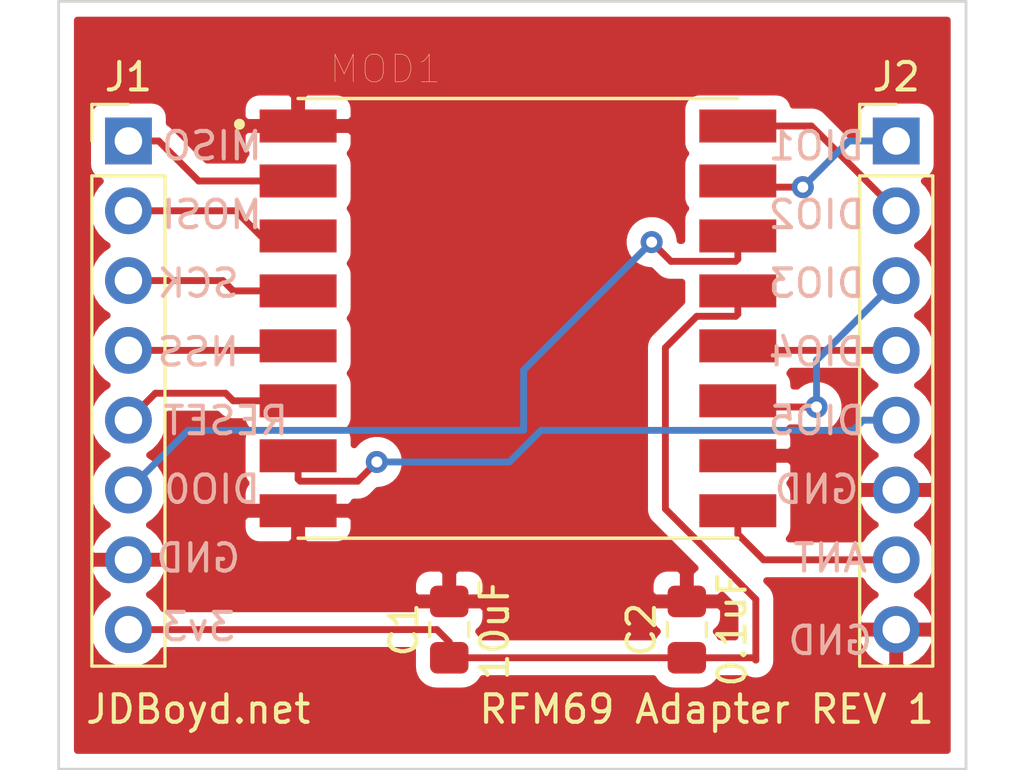
<source format=kicad_pcb>
(kicad_pcb (version 20171130) (host pcbnew 5.1.5-52549c5~84~ubuntu19.04.1)

  (general
    (thickness 1.6)
    (drawings 22)
    (tracks 66)
    (zones 0)
    (modules 5)
    (nets 15)
  )

  (page A4)
  (layers
    (0 F.Cu signal)
    (31 B.Cu signal)
    (32 B.Adhes user)
    (33 F.Adhes user)
    (34 B.Paste user)
    (35 F.Paste user)
    (36 B.SilkS user)
    (37 F.SilkS user)
    (38 B.Mask user)
    (39 F.Mask user)
    (40 Dwgs.User user)
    (41 Cmts.User user)
    (42 Eco1.User user)
    (43 Eco2.User user)
    (44 Edge.Cuts user)
    (45 Margin user)
    (46 B.CrtYd user)
    (47 F.CrtYd user)
    (48 B.Fab user)
    (49 F.Fab user)
  )

  (setup
    (last_trace_width 0.25)
    (trace_clearance 0.2)
    (zone_clearance 0.508)
    (zone_45_only no)
    (trace_min 0.127)
    (via_size 0.8)
    (via_drill 0.4)
    (via_min_size 0.4)
    (via_min_drill 0.3)
    (uvia_size 0.3)
    (uvia_drill 0.1)
    (uvias_allowed no)
    (uvia_min_size 0.2)
    (uvia_min_drill 0.1)
    (edge_width 0.05)
    (segment_width 0.2)
    (pcb_text_width 0.3)
    (pcb_text_size 1.5 1.5)
    (mod_edge_width 0.12)
    (mod_text_size 1 1)
    (mod_text_width 0.15)
    (pad_size 1.524 1.524)
    (pad_drill 0.762)
    (pad_to_mask_clearance 0.051)
    (solder_mask_min_width 0.25)
    (aux_axis_origin 0 0)
    (visible_elements FFFFFF7F)
    (pcbplotparams
      (layerselection 0x010fc_ffffffff)
      (usegerberextensions false)
      (usegerberattributes false)
      (usegerberadvancedattributes false)
      (creategerberjobfile false)
      (excludeedgelayer true)
      (linewidth 0.100000)
      (plotframeref false)
      (viasonmask false)
      (mode 1)
      (useauxorigin false)
      (hpglpennumber 1)
      (hpglpenspeed 20)
      (hpglpendiameter 15.000000)
      (psnegative false)
      (psa4output false)
      (plotreference true)
      (plotvalue true)
      (plotinvisibletext false)
      (padsonsilk false)
      (subtractmaskfromsilk false)
      (outputformat 1)
      (mirror false)
      (drillshape 0)
      (scaleselection 1)
      (outputdirectory "GERBERS/"))
  )

  (net 0 "")
  (net 1 +3V3)
  (net 2 GND)
  (net 3 DIO5)
  (net 4 DIO4)
  (net 5 DIO3)
  (net 6 DIO2)
  (net 7 DIO1)
  (net 8 DIO0)
  (net 9 RESET)
  (net 10 NSS)
  (net 11 MOSI)
  (net 12 MISO)
  (net 13 SCK)
  (net 14 ANT)

  (net_class Default "This is the default net class."
    (clearance 0.2)
    (trace_width 0.25)
    (via_dia 0.8)
    (via_drill 0.4)
    (uvia_dia 0.3)
    (uvia_drill 0.1)
    (add_net +3V3)
    (add_net ANT)
    (add_net DIO0)
    (add_net DIO1)
    (add_net DIO2)
    (add_net DIO3)
    (add_net DIO4)
    (add_net DIO5)
    (add_net GND)
    (add_net MISO)
    (add_net MOSI)
    (add_net NSS)
    (add_net RESET)
    (add_net SCK)
  )

  (module Capacitor_SMD:C_0805_2012Metric_Pad1.15x1.40mm_HandSolder (layer F.Cu) (tedit 5B36C52B) (tstamp 5E5B85D9)
    (at 136.135 101.6 90)
    (descr "Capacitor SMD 0805 (2012 Metric), square (rectangular) end terminal, IPC_7351 nominal with elongated pad for handsoldering. (Body size source: https://docs.google.com/spreadsheets/d/1BsfQQcO9C6DZCsRaXUlFlo91Tg2WpOkGARC1WS5S8t0/edit?usp=sharing), generated with kicad-footprint-generator")
    (tags "capacitor handsolder")
    (path /5E5E27C2)
    (attr smd)
    (fp_text reference C1 (at 0 -1.65 90) (layer F.SilkS)
      (effects (font (size 1 1) (thickness 0.15)))
    )
    (fp_text value 10uF (at 0 1.65 90) (layer F.SilkS)
      (effects (font (size 1 1) (thickness 0.15)))
    )
    (fp_text user %R (at 0 0 90) (layer F.Fab)
      (effects (font (size 0.5 0.5) (thickness 0.08)))
    )
    (fp_line (start 1.85 0.95) (end -1.85 0.95) (layer F.CrtYd) (width 0.05))
    (fp_line (start 1.85 -0.95) (end 1.85 0.95) (layer F.CrtYd) (width 0.05))
    (fp_line (start -1.85 -0.95) (end 1.85 -0.95) (layer F.CrtYd) (width 0.05))
    (fp_line (start -1.85 0.95) (end -1.85 -0.95) (layer F.CrtYd) (width 0.05))
    (fp_line (start -0.261252 0.71) (end 0.261252 0.71) (layer F.SilkS) (width 0.12))
    (fp_line (start -0.261252 -0.71) (end 0.261252 -0.71) (layer F.SilkS) (width 0.12))
    (fp_line (start 1 0.6) (end -1 0.6) (layer F.Fab) (width 0.1))
    (fp_line (start 1 -0.6) (end 1 0.6) (layer F.Fab) (width 0.1))
    (fp_line (start -1 -0.6) (end 1 -0.6) (layer F.Fab) (width 0.1))
    (fp_line (start -1 0.6) (end -1 -0.6) (layer F.Fab) (width 0.1))
    (pad 2 smd roundrect (at 1.025 0 90) (size 1.15 1.4) (layers F.Cu F.Paste F.Mask) (roundrect_rratio 0.217391)
      (net 2 GND))
    (pad 1 smd roundrect (at -1.025 0 90) (size 1.15 1.4) (layers F.Cu F.Paste F.Mask) (roundrect_rratio 0.217391)
      (net 1 +3V3))
    (model ${KISYS3DMOD}/Capacitor_SMD.3dshapes/C_0805_2012Metric.wrl
      (at (xyz 0 0 0))
      (scale (xyz 1 1 1))
      (rotate (xyz 0 0 0))
    )
  )

  (module Capacitor_SMD:C_0805_2012Metric_Pad1.15x1.40mm_HandSolder (layer F.Cu) (tedit 5B36C52B) (tstamp 5E5B85EA)
    (at 144.78 101.6 90)
    (descr "Capacitor SMD 0805 (2012 Metric), square (rectangular) end terminal, IPC_7351 nominal with elongated pad for handsoldering. (Body size source: https://docs.google.com/spreadsheets/d/1BsfQQcO9C6DZCsRaXUlFlo91Tg2WpOkGARC1WS5S8t0/edit?usp=sharing), generated with kicad-footprint-generator")
    (tags "capacitor handsolder")
    (path /5E5E3083)
    (attr smd)
    (fp_text reference C2 (at 0 -1.65 90) (layer F.SilkS)
      (effects (font (size 1 1) (thickness 0.15)))
    )
    (fp_text value 0.1uF (at 0 1.65 90) (layer F.SilkS)
      (effects (font (size 1 1) (thickness 0.15)))
    )
    (fp_text user %R (at 0 0 90) (layer F.Fab)
      (effects (font (size 0.5 0.5) (thickness 0.08)))
    )
    (fp_line (start 1.85 0.95) (end -1.85 0.95) (layer F.CrtYd) (width 0.05))
    (fp_line (start 1.85 -0.95) (end 1.85 0.95) (layer F.CrtYd) (width 0.05))
    (fp_line (start -1.85 -0.95) (end 1.85 -0.95) (layer F.CrtYd) (width 0.05))
    (fp_line (start -1.85 0.95) (end -1.85 -0.95) (layer F.CrtYd) (width 0.05))
    (fp_line (start -0.261252 0.71) (end 0.261252 0.71) (layer F.SilkS) (width 0.12))
    (fp_line (start -0.261252 -0.71) (end 0.261252 -0.71) (layer F.SilkS) (width 0.12))
    (fp_line (start 1 0.6) (end -1 0.6) (layer F.Fab) (width 0.1))
    (fp_line (start 1 -0.6) (end 1 0.6) (layer F.Fab) (width 0.1))
    (fp_line (start -1 -0.6) (end 1 -0.6) (layer F.Fab) (width 0.1))
    (fp_line (start -1 0.6) (end -1 -0.6) (layer F.Fab) (width 0.1))
    (pad 2 smd roundrect (at 1.025 0 90) (size 1.15 1.4) (layers F.Cu F.Paste F.Mask) (roundrect_rratio 0.217391)
      (net 2 GND))
    (pad 1 smd roundrect (at -1.025 0 90) (size 1.15 1.4) (layers F.Cu F.Paste F.Mask) (roundrect_rratio 0.217391)
      (net 1 +3V3))
    (model ${KISYS3DMOD}/Capacitor_SMD.3dshapes/C_0805_2012Metric.wrl
      (at (xyz 0 0 0))
      (scale (xyz 1 1 1))
      (rotate (xyz 0 0 0))
    )
  )

  (module Connector_PinHeader_2.54mm:PinHeader_1x08_P2.54mm_Vertical (layer F.Cu) (tedit 59FED5CC) (tstamp 5E5B8606)
    (at 124.46 83.82)
    (descr "Through hole straight pin header, 1x08, 2.54mm pitch, single row")
    (tags "Through hole pin header THT 1x08 2.54mm single row")
    (path /5E5B0526)
    (fp_text reference J1 (at 0 -2.33) (layer F.SilkS)
      (effects (font (size 1 1) (thickness 0.15)))
    )
    (fp_text value Conn_01x08 (at 0 20.11) (layer F.Fab)
      (effects (font (size 1 1) (thickness 0.15)))
    )
    (fp_text user %R (at 0 8.89 90) (layer F.Fab)
      (effects (font (size 1 1) (thickness 0.15)))
    )
    (fp_line (start 1.8 -1.8) (end -1.8 -1.8) (layer F.CrtYd) (width 0.05))
    (fp_line (start 1.8 19.55) (end 1.8 -1.8) (layer F.CrtYd) (width 0.05))
    (fp_line (start -1.8 19.55) (end 1.8 19.55) (layer F.CrtYd) (width 0.05))
    (fp_line (start -1.8 -1.8) (end -1.8 19.55) (layer F.CrtYd) (width 0.05))
    (fp_line (start -1.33 -1.33) (end 0 -1.33) (layer F.SilkS) (width 0.12))
    (fp_line (start -1.33 0) (end -1.33 -1.33) (layer F.SilkS) (width 0.12))
    (fp_line (start -1.33 1.27) (end 1.33 1.27) (layer F.SilkS) (width 0.12))
    (fp_line (start 1.33 1.27) (end 1.33 19.11) (layer F.SilkS) (width 0.12))
    (fp_line (start -1.33 1.27) (end -1.33 19.11) (layer F.SilkS) (width 0.12))
    (fp_line (start -1.33 19.11) (end 1.33 19.11) (layer F.SilkS) (width 0.12))
    (fp_line (start -1.27 -0.635) (end -0.635 -1.27) (layer F.Fab) (width 0.1))
    (fp_line (start -1.27 19.05) (end -1.27 -0.635) (layer F.Fab) (width 0.1))
    (fp_line (start 1.27 19.05) (end -1.27 19.05) (layer F.Fab) (width 0.1))
    (fp_line (start 1.27 -1.27) (end 1.27 19.05) (layer F.Fab) (width 0.1))
    (fp_line (start -0.635 -1.27) (end 1.27 -1.27) (layer F.Fab) (width 0.1))
    (pad 8 thru_hole oval (at 0 17.78) (size 1.7 1.7) (drill 1) (layers *.Cu *.Mask)
      (net 1 +3V3))
    (pad 7 thru_hole oval (at 0 15.24) (size 1.7 1.7) (drill 1) (layers *.Cu *.Mask)
      (net 2 GND))
    (pad 6 thru_hole oval (at 0 12.7) (size 1.7 1.7) (drill 1) (layers *.Cu *.Mask)
      (net 8 DIO0))
    (pad 5 thru_hole oval (at 0 10.16) (size 1.7 1.7) (drill 1) (layers *.Cu *.Mask)
      (net 9 RESET))
    (pad 4 thru_hole oval (at 0 7.62) (size 1.7 1.7) (drill 1) (layers *.Cu *.Mask)
      (net 10 NSS))
    (pad 3 thru_hole oval (at 0 5.08) (size 1.7 1.7) (drill 1) (layers *.Cu *.Mask)
      (net 13 SCK))
    (pad 2 thru_hole oval (at 0 2.54) (size 1.7 1.7) (drill 1) (layers *.Cu *.Mask)
      (net 11 MOSI))
    (pad 1 thru_hole rect (at 0 0) (size 1.7 1.7) (drill 1) (layers *.Cu *.Mask)
      (net 12 MISO))
    (model ${KISYS3DMOD}/Connector_PinHeader_2.54mm.3dshapes/PinHeader_1x08_P2.54mm_Vertical.wrl
      (at (xyz 0 0 0))
      (scale (xyz 1 1 1))
      (rotate (xyz 0 0 0))
    )
  )

  (module Connector_PinHeader_2.54mm:PinHeader_1x08_P2.54mm_Vertical (layer F.Cu) (tedit 59FED5CC) (tstamp 5E5B8622)
    (at 152.4 83.82)
    (descr "Through hole straight pin header, 1x08, 2.54mm pitch, single row")
    (tags "Through hole pin header THT 1x08 2.54mm single row")
    (path /5E5AECE3)
    (fp_text reference J2 (at 0 -2.33) (layer F.SilkS)
      (effects (font (size 1 1) (thickness 0.15)))
    )
    (fp_text value Conn_01x08 (at 0 20.11) (layer F.Fab)
      (effects (font (size 1 1) (thickness 0.15)))
    )
    (fp_text user %R (at 0 8.89 90) (layer F.Fab)
      (effects (font (size 1 1) (thickness 0.15)))
    )
    (fp_line (start 1.8 -1.8) (end -1.8 -1.8) (layer F.CrtYd) (width 0.05))
    (fp_line (start 1.8 19.55) (end 1.8 -1.8) (layer F.CrtYd) (width 0.05))
    (fp_line (start -1.8 19.55) (end 1.8 19.55) (layer F.CrtYd) (width 0.05))
    (fp_line (start -1.8 -1.8) (end -1.8 19.55) (layer F.CrtYd) (width 0.05))
    (fp_line (start -1.33 -1.33) (end 0 -1.33) (layer F.SilkS) (width 0.12))
    (fp_line (start -1.33 0) (end -1.33 -1.33) (layer F.SilkS) (width 0.12))
    (fp_line (start -1.33 1.27) (end 1.33 1.27) (layer F.SilkS) (width 0.12))
    (fp_line (start 1.33 1.27) (end 1.33 19.11) (layer F.SilkS) (width 0.12))
    (fp_line (start -1.33 1.27) (end -1.33 19.11) (layer F.SilkS) (width 0.12))
    (fp_line (start -1.33 19.11) (end 1.33 19.11) (layer F.SilkS) (width 0.12))
    (fp_line (start -1.27 -0.635) (end -0.635 -1.27) (layer F.Fab) (width 0.1))
    (fp_line (start -1.27 19.05) (end -1.27 -0.635) (layer F.Fab) (width 0.1))
    (fp_line (start 1.27 19.05) (end -1.27 19.05) (layer F.Fab) (width 0.1))
    (fp_line (start 1.27 -1.27) (end 1.27 19.05) (layer F.Fab) (width 0.1))
    (fp_line (start -0.635 -1.27) (end 1.27 -1.27) (layer F.Fab) (width 0.1))
    (pad 8 thru_hole oval (at 0 17.78) (size 1.7 1.7) (drill 1) (layers *.Cu *.Mask)
      (net 2 GND))
    (pad 7 thru_hole oval (at 0 15.24) (size 1.7 1.7) (drill 1) (layers *.Cu *.Mask)
      (net 14 ANT))
    (pad 6 thru_hole oval (at 0 12.7) (size 1.7 1.7) (drill 1) (layers *.Cu *.Mask)
      (net 2 GND))
    (pad 5 thru_hole oval (at 0 10.16) (size 1.7 1.7) (drill 1) (layers *.Cu *.Mask)
      (net 3 DIO5))
    (pad 4 thru_hole oval (at 0 7.62) (size 1.7 1.7) (drill 1) (layers *.Cu *.Mask)
      (net 4 DIO4))
    (pad 3 thru_hole oval (at 0 5.08) (size 1.7 1.7) (drill 1) (layers *.Cu *.Mask)
      (net 5 DIO3))
    (pad 2 thru_hole oval (at 0 2.54) (size 1.7 1.7) (drill 1) (layers *.Cu *.Mask)
      (net 6 DIO2))
    (pad 1 thru_hole rect (at 0 0) (size 1.7 1.7) (drill 1) (layers *.Cu *.Mask)
      (net 7 DIO1))
    (model ${KISYS3DMOD}/Connector_PinHeader_2.54mm.3dshapes/PinHeader_1x08_P2.54mm_Vertical.wrl
      (at (xyz 0 0 0))
      (scale (xyz 1 1 1))
      (rotate (xyz 0 0 0))
    )
  )

  (module snapeda:XCVR_RFM98W-433S2 (layer F.Cu) (tedit 5E5D7EA6) (tstamp 5E5B8652)
    (at 138.635001 90.275001)
    (path /5E5AD651)
    (fp_text reference MOD1 (at -4.825 -9.075) (layer F.SilkS)
      (effects (font (size 1 1) (thickness 0.015)))
    )
    (fp_text value RFM98W-433S2 (at 2.795 9.065) (layer F.Fab)
      (effects (font (size 1 1) (thickness 0.015)))
    )
    (fp_circle (center -10.135 -7.065) (end -10.035 -7.065) (layer F.Fab) (width 0.2))
    (fp_circle (center -10.135 -7.065) (end -10.035 -7.065) (layer F.SilkS) (width 0.2))
    (fp_line (start -9.65 8.25) (end -9.65 -8.25) (layer F.CrtYd) (width 0.05))
    (fp_line (start 9.65 8.25) (end -9.65 8.25) (layer F.CrtYd) (width 0.05))
    (fp_line (start 9.65 -8.25) (end 9.65 8.25) (layer F.CrtYd) (width 0.05))
    (fp_line (start -9.65 -8.25) (end 9.65 -8.25) (layer F.CrtYd) (width 0.05))
    (fp_line (start 8 8) (end -8 8) (layer F.SilkS) (width 0.127))
    (fp_line (start -8 -8) (end 8 -8) (layer F.SilkS) (width 0.127))
    (fp_line (start -8 8) (end -8 -8) (layer F.Fab) (width 0.127))
    (fp_line (start 8 8) (end -8 8) (layer F.Fab) (width 0.127))
    (fp_line (start 8 -8) (end 8 8) (layer F.Fab) (width 0.127))
    (fp_line (start -8 -8) (end 8 -8) (layer F.Fab) (width 0.127))
    (pad 16 smd rect (at 8 -7) (size 2.8 1.2) (layers F.Cu F.Paste F.Mask)
      (net 6 DIO2))
    (pad 15 smd rect (at 8 -5) (size 2.8 1.2) (layers F.Cu F.Paste F.Mask)
      (net 7 DIO1))
    (pad 14 smd rect (at 8 -3) (size 2.8 1.2) (layers F.Cu F.Paste F.Mask)
      (net 8 DIO0))
    (pad 13 smd rect (at 8 -1) (size 2.8 1.2) (layers F.Cu F.Paste F.Mask)
      (net 1 +3V3))
    (pad 12 smd rect (at 8 1) (size 2.8 1.2) (layers F.Cu F.Paste F.Mask)
      (net 4 DIO4))
    (pad 11 smd rect (at 8 3) (size 2.8 1.2) (layers F.Cu F.Paste F.Mask)
      (net 5 DIO3))
    (pad 10 smd rect (at 8 5) (size 2.8 1.2) (layers F.Cu F.Paste F.Mask)
      (net 2 GND))
    (pad 9 smd rect (at 8 7) (size 2.8 1.2) (layers F.Cu F.Paste F.Mask)
      (net 14 ANT))
    (pad 8 smd rect (at -8 7) (size 2.8 1.2) (layers F.Cu F.Paste F.Mask)
      (net 2 GND))
    (pad 7 smd rect (at -8 5) (size 2.8 1.2) (layers F.Cu F.Paste F.Mask)
      (net 3 DIO5))
    (pad 6 smd rect (at -8 3) (size 2.8 1.2) (layers F.Cu F.Paste F.Mask)
      (net 9 RESET))
    (pad 5 smd rect (at -8 1) (size 2.8 1.2) (layers F.Cu F.Paste F.Mask)
      (net 10 NSS))
    (pad 4 smd rect (at -8 -1) (size 2.8 1.2) (layers F.Cu F.Paste F.Mask)
      (net 13 SCK))
    (pad 3 smd rect (at -8 -3) (size 2.8 1.2) (layers F.Cu F.Paste F.Mask)
      (net 11 MOSI))
    (pad 2 smd rect (at -8 -5) (size 2.8 1.2) (layers F.Cu F.Paste F.Mask)
      (net 12 MISO))
    (pad 1 smd rect (at -8 -7) (size 2.8 1.2) (layers F.Cu F.Paste F.Mask)
      (net 2 GND))
  )

  (gr_text "RFM69 Adapter REV 1" (at 145.5 104.5) (layer F.SilkS)
    (effects (font (size 1 1) (thickness 0.15)))
  )
  (gr_text JDBoyd.net (at 127 104.5) (layer F.SilkS)
    (effects (font (size 1 1) (thickness 0.15)))
  )
  (gr_text "GND\n" (at 150 102) (layer B.SilkS)
    (effects (font (size 1 1) (thickness 0.15)) (justify mirror))
  )
  (gr_text ANT (at 150 99) (layer B.SilkS)
    (effects (font (size 1 1) (thickness 0.15)) (justify mirror))
  )
  (gr_text GND (at 149.5 96.5) (layer B.SilkS)
    (effects (font (size 1 1) (thickness 0.15)) (justify mirror))
  )
  (gr_text DIO5 (at 149.5 94) (layer B.SilkS)
    (effects (font (size 1 1) (thickness 0.15)) (justify mirror))
  )
  (gr_text "DIO4\n" (at 149.5 91.5) (layer B.SilkS)
    (effects (font (size 1 1) (thickness 0.15)) (justify mirror))
  )
  (gr_text DIO3 (at 149.5 89) (layer B.SilkS)
    (effects (font (size 1 1) (thickness 0.15)) (justify mirror))
  )
  (gr_text DIO2 (at 149.5 86.5) (layer B.SilkS)
    (effects (font (size 1 1) (thickness 0.15)) (justify mirror))
  )
  (gr_text DIO1 (at 149.5 84) (layer B.SilkS)
    (effects (font (size 1 1) (thickness 0.15)) (justify mirror))
  )
  (gr_text 3v3 (at 127 101.5) (layer B.SilkS)
    (effects (font (size 1 1) (thickness 0.15)) (justify mirror))
  )
  (gr_text GND (at 127 99) (layer B.SilkS)
    (effects (font (size 1 1) (thickness 0.15)) (justify mirror))
  )
  (gr_text DIO0 (at 127.5 96.5) (layer B.SilkS)
    (effects (font (size 1 1) (thickness 0.15)) (justify mirror))
  )
  (gr_text RESET (at 128 94) (layer B.SilkS)
    (effects (font (size 1 1) (thickness 0.15)) (justify mirror))
  )
  (gr_text NSS (at 127 91.5) (layer B.SilkS)
    (effects (font (size 1 1) (thickness 0.15)) (justify mirror))
  )
  (gr_text SCK (at 127 89) (layer B.SilkS)
    (effects (font (size 1 1) (thickness 0.15)) (justify mirror))
  )
  (gr_text MOSI (at 127.5 86.5) (layer B.SilkS)
    (effects (font (size 1 1) (thickness 0.15)) (justify mirror))
  )
  (gr_text MISO (at 127.5 84) (layer B.SilkS)
    (effects (font (size 1 1) (thickness 0.15)) (justify mirror))
  )
  (gr_line (start 154.94 78.74) (end 154.94 106.68) (layer Edge.Cuts) (width 0.1))
  (gr_line (start 121.92 78.74) (end 154.94 78.74) (layer Edge.Cuts) (width 0.1))
  (gr_line (start 121.92 106.68) (end 121.92 78.74) (layer Edge.Cuts) (width 0.1))
  (gr_line (start 154.94 106.68) (end 121.92 106.68) (layer Edge.Cuts) (width 0.1))

  (segment (start 144.78 102.625) (end 136.135 102.625) (width 0.25) (layer F.Cu) (net 1) (status 30))
  (segment (start 136.135 102.05) (end 136.135 102.625) (width 0.25) (layer F.Cu) (net 1) (status 30))
  (segment (start 135.685 101.6) (end 136.135 102.05) (width 0.25) (layer F.Cu) (net 1) (status 20))
  (segment (start 124.46 101.6) (end 135.685 101.6) (width 0.25) (layer F.Cu) (net 1) (status 10))
  (segment (start 145.140998 90.200002) (end 144 91.341) (width 0.25) (layer F.Cu) (net 1))
  (segment (start 146.56 90.200002) (end 145.140998 90.200002) (width 0.25) (layer F.Cu) (net 1))
  (segment (start 146.635001 89.275001) (end 146.635001 90.125001) (width 0.25) (layer F.Cu) (net 1))
  (segment (start 146.635001 90.125001) (end 146.56 90.200002) (width 0.25) (layer F.Cu) (net 1))
  (segment (start 144 97.209002) (end 147.290998 100.5) (width 0.25) (layer F.Cu) (net 1))
  (segment (start 144 91.341) (end 144 97.209002) (width 0.25) (layer F.Cu) (net 1))
  (segment (start 147.290998 100.5) (end 147.290998 102.709002) (width 0.25) (layer F.Cu) (net 1))
  (segment (start 147.206996 102.625) (end 144.78 102.625) (width 0.25) (layer F.Cu) (net 1))
  (segment (start 147.290998 102.709002) (end 147.206996 102.625) (width 0.25) (layer F.Cu) (net 1))
  (segment (start 139.477412 94.35) (end 138.327412 95.5) (width 0.25) (layer B.Cu) (net 3))
  (segment (start 150.827919 94.35) (end 139.477412 94.35) (width 0.25) (layer B.Cu) (net 3))
  (segment (start 152.4 93.98) (end 151.197919 93.98) (width 0.25) (layer B.Cu) (net 3))
  (segment (start 151.197919 93.98) (end 150.827919 94.35) (width 0.25) (layer B.Cu) (net 3))
  (via (at 133.5 95.5) (size 0.8) (drill 0.4) (layers F.Cu B.Cu) (net 3))
  (segment (start 138.327412 95.5) (end 133.5 95.5) (width 0.25) (layer B.Cu) (net 3))
  (segment (start 130.635001 96.125001) (end 130.635001 95.275001) (width 0.25) (layer F.Cu) (net 3))
  (segment (start 130.710002 96.200002) (end 130.635001 96.125001) (width 0.25) (layer F.Cu) (net 3))
  (segment (start 132.799998 96.200002) (end 130.710002 96.200002) (width 0.25) (layer F.Cu) (net 3))
  (segment (start 133.5 95.5) (end 132.799998 96.200002) (width 0.25) (layer F.Cu) (net 3))
  (segment (start 146.8 91.44) (end 146.635001 91.275001) (width 0.25) (layer F.Cu) (net 4))
  (segment (start 152.4 91.44) (end 146.8 91.44) (width 0.25) (layer F.Cu) (net 4))
  (segment (start 152.4 88.9) (end 149.5 91.8) (width 0.25) (layer B.Cu) (net 5))
  (via (at 149.5 93.5) (size 0.8) (drill 0.4) (layers F.Cu B.Cu) (net 5))
  (segment (start 149.5 91.8) (end 149.5 93.5) (width 0.25) (layer B.Cu) (net 5))
  (segment (start 146.86 93.5) (end 146.635001 93.275001) (width 0.25) (layer F.Cu) (net 5))
  (segment (start 149.5 93.5) (end 146.86 93.5) (width 0.25) (layer F.Cu) (net 5))
  (segment (start 149.315001 83.275001) (end 146.635001 83.275001) (width 0.25) (layer F.Cu) (net 6))
  (segment (start 152.4 86.36) (end 149.315001 83.275001) (width 0.25) (layer F.Cu) (net 6))
  (via (at 149 85.5) (size 0.8) (drill 0.4) (layers F.Cu B.Cu) (net 7))
  (segment (start 152.4 83.82) (end 150.68 83.82) (width 0.25) (layer B.Cu) (net 7))
  (segment (start 150.68 83.82) (end 149 85.5) (width 0.25) (layer B.Cu) (net 7))
  (segment (start 146.86 85.5) (end 146.635001 85.275001) (width 0.25) (layer F.Cu) (net 7))
  (segment (start 149 85.5) (end 146.86 85.5) (width 0.25) (layer F.Cu) (net 7))
  (segment (start 124.46 96.52) (end 126.63 94.35) (width 0.25) (layer B.Cu) (net 8))
  (segment (start 126.63 94.35) (end 138.841002 94.35) (width 0.25) (layer B.Cu) (net 8))
  (segment (start 138.841002 94.35) (end 138.841002 92.158998) (width 0.25) (layer B.Cu) (net 8))
  (via (at 143.5 87.5) (size 0.8) (drill 0.4) (layers F.Cu B.Cu) (net 8))
  (segment (start 138.841002 92.158998) (end 143.5 87.5) (width 0.25) (layer B.Cu) (net 8))
  (segment (start 146.56 88.200002) (end 146.635001 88.125001) (width 0.25) (layer F.Cu) (net 8))
  (segment (start 144.200002 88.200002) (end 146.56 88.200002) (width 0.25) (layer F.Cu) (net 8))
  (segment (start 146.635001 88.125001) (end 146.635001 87.275001) (width 0.25) (layer F.Cu) (net 8))
  (segment (start 143.5 87.5) (end 144.200002 88.200002) (width 0.25) (layer F.Cu) (net 8))
  (segment (start 124.46 93.98) (end 125.44 93) (width 0.25) (layer F.Cu) (net 9))
  (segment (start 125.44 93) (end 128 93) (width 0.25) (layer F.Cu) (net 9))
  (segment (start 128.275001 93.275001) (end 130.635001 93.275001) (width 0.25) (layer F.Cu) (net 9))
  (segment (start 128 93) (end 128.275001 93.275001) (width 0.25) (layer F.Cu) (net 9))
  (segment (start 130.470002 91.44) (end 130.635001 91.275001) (width 0.25) (layer F.Cu) (net 10))
  (segment (start 124.46 91.44) (end 130.470002 91.44) (width 0.25) (layer F.Cu) (net 10))
  (segment (start 129.275001 87.275001) (end 130.635001 87.275001) (width 0.25) (layer F.Cu) (net 11))
  (segment (start 124.46 86.36) (end 128.36 86.36) (width 0.25) (layer F.Cu) (net 11))
  (segment (start 128.36 86.36) (end 129.275001 87.275001) (width 0.25) (layer F.Cu) (net 11))
  (segment (start 127.015001 85.275001) (end 128.985001 85.275001) (width 0.25) (layer F.Cu) (net 12))
  (segment (start 125.56 83.82) (end 127.015001 85.275001) (width 0.25) (layer F.Cu) (net 12))
  (segment (start 128.985001 85.275001) (end 130.635001 85.275001) (width 0.25) (layer F.Cu) (net 12))
  (segment (start 124.46 83.82) (end 125.56 83.82) (width 0.25) (layer F.Cu) (net 12))
  (segment (start 124.46 88.9) (end 127.9 88.9) (width 0.25) (layer F.Cu) (net 13))
  (segment (start 128.275001 89.275001) (end 130.635001 89.275001) (width 0.25) (layer F.Cu) (net 13))
  (segment (start 127.9 88.9) (end 128.275001 89.275001) (width 0.25) (layer F.Cu) (net 13))
  (segment (start 151.197919 99.06) (end 152.4 99.06) (width 0.25) (layer F.Cu) (net 14) (status 20))
  (segment (start 147.57 99.06) (end 151.197919 99.06) (width 0.25) (layer F.Cu) (net 14))
  (segment (start 146.635001 98.125001) (end 147.57 99.06) (width 0.25) (layer F.Cu) (net 14))
  (segment (start 146.635001 97.275001) (end 146.635001 98.125001) (width 0.25) (layer F.Cu) (net 14) (status 10))

  (zone (net 2) (net_name GND) (layer F.Cu) (tstamp 5E5D81E8) (hatch edge 0.508)
    (connect_pads (clearance 0.508))
    (min_thickness 0.254)
    (fill yes (arc_segments 32) (thermal_gap 0.508) (thermal_bridge_width 0.508))
    (polygon
      (pts
        (xy 154.94 106.68) (xy 121.92 106.68) (xy 121.92 78.74) (xy 154.94 78.74)
      )
    )
    (filled_polygon
      (pts
        (xy 154.255001 105.995) (xy 122.605 105.995) (xy 122.605 101.45374) (xy 122.975 101.45374) (xy 122.975 101.74626)
        (xy 123.032068 102.033158) (xy 123.14401 102.303411) (xy 123.306525 102.546632) (xy 123.513368 102.753475) (xy 123.756589 102.91599)
        (xy 124.026842 103.027932) (xy 124.31374 103.085) (xy 124.60626 103.085) (xy 124.893158 103.027932) (xy 125.163411 102.91599)
        (xy 125.406632 102.753475) (xy 125.613475 102.546632) (xy 125.738178 102.36) (xy 134.796928 102.36) (xy 134.796928 102.950001)
        (xy 134.813992 103.123255) (xy 134.864528 103.289851) (xy 134.946595 103.443387) (xy 135.057038 103.577962) (xy 135.191613 103.688405)
        (xy 135.345149 103.770472) (xy 135.511745 103.821008) (xy 135.684999 103.838072) (xy 136.585001 103.838072) (xy 136.758255 103.821008)
        (xy 136.924851 103.770472) (xy 137.078387 103.688405) (xy 137.212962 103.577962) (xy 137.323405 103.443387) (xy 137.354614 103.385)
        (xy 143.560386 103.385) (xy 143.591595 103.443387) (xy 143.702038 103.577962) (xy 143.836613 103.688405) (xy 143.990149 103.770472)
        (xy 144.156745 103.821008) (xy 144.329999 103.838072) (xy 145.230001 103.838072) (xy 145.403255 103.821008) (xy 145.569851 103.770472)
        (xy 145.723387 103.688405) (xy 145.857962 103.577962) (xy 145.968405 103.443387) (xy 145.999614 103.385) (xy 146.943472 103.385)
        (xy 146.998752 103.414548) (xy 147.142013 103.458005) (xy 147.290998 103.472679) (xy 147.439984 103.458005) (xy 147.583245 103.414548)
        (xy 147.715274 103.343976) (xy 147.830999 103.249003) (xy 147.925972 103.133278) (xy 147.996544 103.001249) (xy 148.040001 102.857988)
        (xy 148.050998 102.746335) (xy 148.050998 102.746327) (xy 148.054674 102.709002) (xy 148.050998 102.671677) (xy 148.050998 101.95689)
        (xy 150.958524 101.95689) (xy 151.003175 102.104099) (xy 151.128359 102.36692) (xy 151.302412 102.600269) (xy 151.518645 102.795178)
        (xy 151.768748 102.944157) (xy 152.043109 103.041481) (xy 152.273 102.920814) (xy 152.273 101.727) (xy 152.527 101.727)
        (xy 152.527 102.920814) (xy 152.756891 103.041481) (xy 153.031252 102.944157) (xy 153.281355 102.795178) (xy 153.497588 102.600269)
        (xy 153.671641 102.36692) (xy 153.796825 102.104099) (xy 153.841476 101.95689) (xy 153.720155 101.727) (xy 152.527 101.727)
        (xy 152.273 101.727) (xy 151.079845 101.727) (xy 150.958524 101.95689) (xy 148.050998 101.95689) (xy 148.050998 100.537322)
        (xy 148.054674 100.499999) (xy 148.050998 100.462677) (xy 148.050998 100.462667) (xy 148.040001 100.351014) (xy 147.996544 100.207753)
        (xy 147.97747 100.172068) (xy 147.925972 100.075723) (xy 147.854797 99.988997) (xy 147.830999 99.959999) (xy 147.802002 99.936202)
        (xy 147.6858 99.82) (xy 151.121822 99.82) (xy 151.246525 100.006632) (xy 151.453368 100.213475) (xy 151.635534 100.335195)
        (xy 151.518645 100.404822) (xy 151.302412 100.599731) (xy 151.128359 100.83308) (xy 151.003175 101.095901) (xy 150.958524 101.24311)
        (xy 151.079845 101.473) (xy 152.273 101.473) (xy 152.273 101.453) (xy 152.527 101.453) (xy 152.527 101.473)
        (xy 153.720155 101.473) (xy 153.841476 101.24311) (xy 153.796825 101.095901) (xy 153.671641 100.83308) (xy 153.497588 100.599731)
        (xy 153.281355 100.404822) (xy 153.164466 100.335195) (xy 153.346632 100.213475) (xy 153.553475 100.006632) (xy 153.71599 99.763411)
        (xy 153.827932 99.493158) (xy 153.885 99.20626) (xy 153.885 98.91374) (xy 153.827932 98.626842) (xy 153.71599 98.356589)
        (xy 153.553475 98.113368) (xy 153.346632 97.906525) (xy 153.164466 97.784805) (xy 153.281355 97.715178) (xy 153.497588 97.520269)
        (xy 153.671641 97.28692) (xy 153.796825 97.024099) (xy 153.841476 96.87689) (xy 153.720155 96.647) (xy 152.527 96.647)
        (xy 152.527 96.667) (xy 152.273 96.667) (xy 152.273 96.647) (xy 151.079845 96.647) (xy 150.958524 96.87689)
        (xy 151.003175 97.024099) (xy 151.128359 97.28692) (xy 151.302412 97.520269) (xy 151.518645 97.715178) (xy 151.635534 97.784805)
        (xy 151.453368 97.906525) (xy 151.246525 98.113368) (xy 151.121822 98.3) (xy 148.507676 98.3) (xy 148.565538 98.229495)
        (xy 148.624503 98.119181) (xy 148.660813 97.999483) (xy 148.673073 97.875001) (xy 148.673073 96.675001) (xy 148.660813 96.550519)
        (xy 148.624503 96.430821) (xy 148.565538 96.320507) (xy 148.528192 96.275001) (xy 148.565538 96.229495) (xy 148.624503 96.119181)
        (xy 148.660813 95.999483) (xy 148.673073 95.875001) (xy 148.670001 95.560751) (xy 148.511251 95.402001) (xy 146.762001 95.402001)
        (xy 146.762001 95.422001) (xy 146.508001 95.422001) (xy 146.508001 95.402001) (xy 146.488001 95.402001) (xy 146.488001 95.148001)
        (xy 146.508001 95.148001) (xy 146.508001 95.128001) (xy 146.762001 95.128001) (xy 146.762001 95.148001) (xy 148.511251 95.148001)
        (xy 148.670001 94.989251) (xy 148.673073 94.675001) (xy 148.660813 94.550519) (xy 148.624503 94.430821) (xy 148.565538 94.320507)
        (xy 148.528192 94.275001) (xy 148.540503 94.26) (xy 148.796289 94.26) (xy 148.840226 94.303937) (xy 149.009744 94.417205)
        (xy 149.198102 94.495226) (xy 149.398061 94.535) (xy 149.601939 94.535) (xy 149.801898 94.495226) (xy 149.990256 94.417205)
        (xy 150.159774 94.303937) (xy 150.303937 94.159774) (xy 150.417205 93.990256) (xy 150.495226 93.801898) (xy 150.535 93.601939)
        (xy 150.535 93.398061) (xy 150.495226 93.198102) (xy 150.417205 93.009744) (xy 150.303937 92.840226) (xy 150.159774 92.696063)
        (xy 149.990256 92.582795) (xy 149.801898 92.504774) (xy 149.601939 92.465) (xy 149.398061 92.465) (xy 149.198102 92.504774)
        (xy 149.009744 92.582795) (xy 148.840226 92.696063) (xy 148.796289 92.74) (xy 148.673073 92.74) (xy 148.673073 92.675001)
        (xy 148.660813 92.550519) (xy 148.624503 92.430821) (xy 148.565538 92.320507) (xy 148.528192 92.275001) (xy 148.565538 92.229495)
        (xy 148.581304 92.2) (xy 151.121822 92.2) (xy 151.246525 92.386632) (xy 151.453368 92.593475) (xy 151.62776 92.71)
        (xy 151.453368 92.826525) (xy 151.246525 93.033368) (xy 151.08401 93.276589) (xy 150.972068 93.546842) (xy 150.915 93.83374)
        (xy 150.915 94.12626) (xy 150.972068 94.413158) (xy 151.08401 94.683411) (xy 151.246525 94.926632) (xy 151.453368 95.133475)
        (xy 151.635534 95.255195) (xy 151.518645 95.324822) (xy 151.302412 95.519731) (xy 151.128359 95.75308) (xy 151.003175 96.015901)
        (xy 150.958524 96.16311) (xy 151.079845 96.393) (xy 152.273 96.393) (xy 152.273 96.373) (xy 152.527 96.373)
        (xy 152.527 96.393) (xy 153.720155 96.393) (xy 153.841476 96.16311) (xy 153.796825 96.015901) (xy 153.671641 95.75308)
        (xy 153.497588 95.519731) (xy 153.281355 95.324822) (xy 153.164466 95.255195) (xy 153.346632 95.133475) (xy 153.553475 94.926632)
        (xy 153.71599 94.683411) (xy 153.827932 94.413158) (xy 153.885 94.12626) (xy 153.885 93.83374) (xy 153.827932 93.546842)
        (xy 153.71599 93.276589) (xy 153.553475 93.033368) (xy 153.346632 92.826525) (xy 153.17224 92.71) (xy 153.346632 92.593475)
        (xy 153.553475 92.386632) (xy 153.71599 92.143411) (xy 153.827932 91.873158) (xy 153.885 91.58626) (xy 153.885 91.29374)
        (xy 153.827932 91.006842) (xy 153.71599 90.736589) (xy 153.553475 90.493368) (xy 153.346632 90.286525) (xy 153.17224 90.17)
        (xy 153.346632 90.053475) (xy 153.553475 89.846632) (xy 153.71599 89.603411) (xy 153.827932 89.333158) (xy 153.885 89.04626)
        (xy 153.885 88.75374) (xy 153.827932 88.466842) (xy 153.71599 88.196589) (xy 153.553475 87.953368) (xy 153.346632 87.746525)
        (xy 153.17224 87.63) (xy 153.346632 87.513475) (xy 153.553475 87.306632) (xy 153.71599 87.063411) (xy 153.827932 86.793158)
        (xy 153.885 86.50626) (xy 153.885 86.21374) (xy 153.827932 85.926842) (xy 153.71599 85.656589) (xy 153.553475 85.413368)
        (xy 153.42162 85.281513) (xy 153.49418 85.259502) (xy 153.604494 85.200537) (xy 153.701185 85.121185) (xy 153.780537 85.024494)
        (xy 153.839502 84.91418) (xy 153.875812 84.794482) (xy 153.888072 84.67) (xy 153.888072 82.97) (xy 153.875812 82.845518)
        (xy 153.839502 82.72582) (xy 153.780537 82.615506) (xy 153.701185 82.518815) (xy 153.604494 82.439463) (xy 153.49418 82.380498)
        (xy 153.374482 82.344188) (xy 153.25 82.331928) (xy 151.55 82.331928) (xy 151.425518 82.344188) (xy 151.30582 82.380498)
        (xy 151.195506 82.439463) (xy 151.098815 82.518815) (xy 151.019463 82.615506) (xy 150.960498 82.72582) (xy 150.924188 82.845518)
        (xy 150.911928 82.97) (xy 150.911928 83.797126) (xy 149.878805 82.764004) (xy 149.855002 82.735) (xy 149.739277 82.640027)
        (xy 149.607248 82.569455) (xy 149.463987 82.525998) (xy 149.352334 82.515001) (xy 149.352323 82.515001) (xy 149.315001 82.511325)
        (xy 149.277679 82.515001) (xy 148.650039 82.515001) (xy 148.624503 82.430821) (xy 148.565538 82.320507) (xy 148.486186 82.223816)
        (xy 148.389495 82.144464) (xy 148.279181 82.085499) (xy 148.159483 82.049189) (xy 148.035001 82.036929) (xy 145.235001 82.036929)
        (xy 145.110519 82.049189) (xy 144.990821 82.085499) (xy 144.880507 82.144464) (xy 144.783816 82.223816) (xy 144.704464 82.320507)
        (xy 144.645499 82.430821) (xy 144.609189 82.550519) (xy 144.596929 82.675001) (xy 144.596929 83.875001) (xy 144.609189 83.999483)
        (xy 144.645499 84.119181) (xy 144.704464 84.229495) (xy 144.74181 84.275001) (xy 144.704464 84.320507) (xy 144.645499 84.430821)
        (xy 144.609189 84.550519) (xy 144.596929 84.675001) (xy 144.596929 85.875001) (xy 144.609189 85.999483) (xy 144.645499 86.119181)
        (xy 144.704464 86.229495) (xy 144.74181 86.275001) (xy 144.704464 86.320507) (xy 144.645499 86.430821) (xy 144.609189 86.550519)
        (xy 144.596929 86.675001) (xy 144.596929 87.440002) (xy 144.535 87.440002) (xy 144.535 87.398061) (xy 144.495226 87.198102)
        (xy 144.417205 87.009744) (xy 144.303937 86.840226) (xy 144.159774 86.696063) (xy 143.990256 86.582795) (xy 143.801898 86.504774)
        (xy 143.601939 86.465) (xy 143.398061 86.465) (xy 143.198102 86.504774) (xy 143.009744 86.582795) (xy 142.840226 86.696063)
        (xy 142.696063 86.840226) (xy 142.582795 87.009744) (xy 142.504774 87.198102) (xy 142.465 87.398061) (xy 142.465 87.601939)
        (xy 142.504774 87.801898) (xy 142.582795 87.990256) (xy 142.696063 88.159774) (xy 142.840226 88.303937) (xy 143.009744 88.417205)
        (xy 143.198102 88.495226) (xy 143.398061 88.535) (xy 143.460198 88.535) (xy 143.636203 88.711004) (xy 143.660001 88.740003)
        (xy 143.775726 88.834976) (xy 143.907755 88.905548) (xy 144.051016 88.949005) (xy 144.162669 88.960002) (xy 144.162678 88.960002)
        (xy 144.200001 88.963678) (xy 144.237324 88.960002) (xy 144.596929 88.960002) (xy 144.596929 89.664958) (xy 144.577199 89.688999)
        (xy 143.489002 90.777196) (xy 143.459999 90.800999) (xy 143.404871 90.868174) (xy 143.365026 90.916724) (xy 143.294455 91.048753)
        (xy 143.294454 91.048754) (xy 143.250997 91.192015) (xy 143.24 91.303668) (xy 143.24 91.303678) (xy 143.236324 91.341)
        (xy 143.24 91.378323) (xy 143.240001 97.17167) (xy 143.236324 97.209002) (xy 143.240001 97.246335) (xy 143.250998 97.357988)
        (xy 143.26418 97.401444) (xy 143.294454 97.501248) (xy 143.365026 97.633278) (xy 143.432786 97.715843) (xy 143.46 97.749003)
        (xy 143.488998 97.772801) (xy 145.081083 99.364886) (xy 145.06575 99.365) (xy 144.907 99.52375) (xy 144.907 100.448)
        (xy 145.95625 100.448) (xy 146.060223 100.344027) (xy 146.530998 100.814802) (xy 146.530999 101.865) (xy 145.999614 101.865)
        (xy 145.968405 101.806613) (xy 145.857962 101.672038) (xy 145.851406 101.666658) (xy 145.931185 101.601185) (xy 146.010537 101.504494)
        (xy 146.069502 101.39418) (xy 146.105812 101.274482) (xy 146.118072 101.15) (xy 146.115 100.86075) (xy 145.95625 100.702)
        (xy 144.907 100.702) (xy 144.907 100.722) (xy 144.653 100.722) (xy 144.653 100.702) (xy 143.60375 100.702)
        (xy 143.445 100.86075) (xy 143.441928 101.15) (xy 143.454188 101.274482) (xy 143.490498 101.39418) (xy 143.549463 101.504494)
        (xy 143.628815 101.601185) (xy 143.708594 101.666658) (xy 143.702038 101.672038) (xy 143.591595 101.806613) (xy 143.560386 101.865)
        (xy 137.354614 101.865) (xy 137.323405 101.806613) (xy 137.212962 101.672038) (xy 137.206406 101.666658) (xy 137.286185 101.601185)
        (xy 137.365537 101.504494) (xy 137.424502 101.39418) (xy 137.460812 101.274482) (xy 137.473072 101.15) (xy 137.47 100.86075)
        (xy 137.31125 100.702) (xy 136.262 100.702) (xy 136.262 100.722) (xy 136.008 100.722) (xy 136.008 100.702)
        (xy 134.95875 100.702) (xy 134.82075 100.84) (xy 125.738178 100.84) (xy 125.613475 100.653368) (xy 125.406632 100.446525)
        (xy 125.224466 100.324805) (xy 125.341355 100.255178) (xy 125.557588 100.060269) (xy 125.602542 100) (xy 134.796928 100)
        (xy 134.8 100.28925) (xy 134.95875 100.448) (xy 136.008 100.448) (xy 136.008 99.52375) (xy 136.262 99.52375)
        (xy 136.262 100.448) (xy 137.31125 100.448) (xy 137.47 100.28925) (xy 137.473072 100) (xy 143.441928 100)
        (xy 143.445 100.28925) (xy 143.60375 100.448) (xy 144.653 100.448) (xy 144.653 99.52375) (xy 144.49425 99.365)
        (xy 144.08 99.361928) (xy 143.955518 99.374188) (xy 143.83582 99.410498) (xy 143.725506 99.469463) (xy 143.628815 99.548815)
        (xy 143.549463 99.645506) (xy 143.490498 99.75582) (xy 143.454188 99.875518) (xy 143.441928 100) (xy 137.473072 100)
        (xy 137.460812 99.875518) (xy 137.424502 99.75582) (xy 137.365537 99.645506) (xy 137.286185 99.548815) (xy 137.189494 99.469463)
        (xy 137.07918 99.410498) (xy 136.959482 99.374188) (xy 136.835 99.361928) (xy 136.42075 99.365) (xy 136.262 99.52375)
        (xy 136.008 99.52375) (xy 135.84925 99.365) (xy 135.435 99.361928) (xy 135.310518 99.374188) (xy 135.19082 99.410498)
        (xy 135.080506 99.469463) (xy 134.983815 99.548815) (xy 134.904463 99.645506) (xy 134.845498 99.75582) (xy 134.809188 99.875518)
        (xy 134.796928 100) (xy 125.602542 100) (xy 125.731641 99.82692) (xy 125.856825 99.564099) (xy 125.901476 99.41689)
        (xy 125.780155 99.187) (xy 124.587 99.187) (xy 124.587 99.207) (xy 124.333 99.207) (xy 124.333 99.187)
        (xy 123.139845 99.187) (xy 123.018524 99.41689) (xy 123.063175 99.564099) (xy 123.188359 99.82692) (xy 123.362412 100.060269)
        (xy 123.578645 100.255178) (xy 123.695534 100.324805) (xy 123.513368 100.446525) (xy 123.306525 100.653368) (xy 123.14401 100.896589)
        (xy 123.032068 101.166842) (xy 122.975 101.45374) (xy 122.605 101.45374) (xy 122.605 82.97) (xy 122.971928 82.97)
        (xy 122.971928 84.67) (xy 122.984188 84.794482) (xy 123.020498 84.91418) (xy 123.079463 85.024494) (xy 123.158815 85.121185)
        (xy 123.255506 85.200537) (xy 123.36582 85.259502) (xy 123.43838 85.281513) (xy 123.306525 85.413368) (xy 123.14401 85.656589)
        (xy 123.032068 85.926842) (xy 122.975 86.21374) (xy 122.975 86.50626) (xy 123.032068 86.793158) (xy 123.14401 87.063411)
        (xy 123.306525 87.306632) (xy 123.513368 87.513475) (xy 123.68776 87.63) (xy 123.513368 87.746525) (xy 123.306525 87.953368)
        (xy 123.14401 88.196589) (xy 123.032068 88.466842) (xy 122.975 88.75374) (xy 122.975 89.04626) (xy 123.032068 89.333158)
        (xy 123.14401 89.603411) (xy 123.306525 89.846632) (xy 123.513368 90.053475) (xy 123.68776 90.17) (xy 123.513368 90.286525)
        (xy 123.306525 90.493368) (xy 123.14401 90.736589) (xy 123.032068 91.006842) (xy 122.975 91.29374) (xy 122.975 91.58626)
        (xy 123.032068 91.873158) (xy 123.14401 92.143411) (xy 123.306525 92.386632) (xy 123.513368 92.593475) (xy 123.68776 92.71)
        (xy 123.513368 92.826525) (xy 123.306525 93.033368) (xy 123.14401 93.276589) (xy 123.032068 93.546842) (xy 122.975 93.83374)
        (xy 122.975 94.12626) (xy 123.032068 94.413158) (xy 123.14401 94.683411) (xy 123.306525 94.926632) (xy 123.513368 95.133475)
        (xy 123.68776 95.25) (xy 123.513368 95.366525) (xy 123.306525 95.573368) (xy 123.14401 95.816589) (xy 123.032068 96.086842)
        (xy 122.975 96.37374) (xy 122.975 96.66626) (xy 123.032068 96.953158) (xy 123.14401 97.223411) (xy 123.306525 97.466632)
        (xy 123.513368 97.673475) (xy 123.695534 97.795195) (xy 123.578645 97.864822) (xy 123.362412 98.059731) (xy 123.188359 98.29308)
        (xy 123.063175 98.555901) (xy 123.018524 98.70311) (xy 123.139845 98.933) (xy 124.333 98.933) (xy 124.333 98.913)
        (xy 124.587 98.913) (xy 124.587 98.933) (xy 125.780155 98.933) (xy 125.901476 98.70311) (xy 125.856825 98.555901)
        (xy 125.731641 98.29308) (xy 125.557588 98.059731) (xy 125.352648 97.875001) (xy 128.596929 97.875001) (xy 128.609189 97.999483)
        (xy 128.645499 98.119181) (xy 128.704464 98.229495) (xy 128.783816 98.326186) (xy 128.880507 98.405538) (xy 128.990821 98.464503)
        (xy 129.110519 98.500813) (xy 129.235001 98.513073) (xy 130.349251 98.510001) (xy 130.508001 98.351251) (xy 130.508001 97.402001)
        (xy 130.762001 97.402001) (xy 130.762001 98.351251) (xy 130.920751 98.510001) (xy 132.035001 98.513073) (xy 132.159483 98.500813)
        (xy 132.279181 98.464503) (xy 132.389495 98.405538) (xy 132.486186 98.326186) (xy 132.565538 98.229495) (xy 132.624503 98.119181)
        (xy 132.660813 97.999483) (xy 132.673073 97.875001) (xy 132.670001 97.560751) (xy 132.511251 97.402001) (xy 130.762001 97.402001)
        (xy 130.508001 97.402001) (xy 128.758751 97.402001) (xy 128.600001 97.560751) (xy 128.596929 97.875001) (xy 125.352648 97.875001)
        (xy 125.341355 97.864822) (xy 125.224466 97.795195) (xy 125.406632 97.673475) (xy 125.613475 97.466632) (xy 125.77599 97.223411)
        (xy 125.887932 96.953158) (xy 125.945 96.66626) (xy 125.945 96.37374) (xy 125.887932 96.086842) (xy 125.77599 95.816589)
        (xy 125.613475 95.573368) (xy 125.406632 95.366525) (xy 125.23224 95.25) (xy 125.406632 95.133475) (xy 125.613475 94.926632)
        (xy 125.77599 94.683411) (xy 125.887932 94.413158) (xy 125.945 94.12626) (xy 125.945 93.83374) (xy 125.930332 93.76)
        (xy 127.685199 93.76) (xy 127.711197 93.785998) (xy 127.735 93.815002) (xy 127.850725 93.909975) (xy 127.982754 93.980547)
        (xy 128.126015 94.024004) (xy 128.237668 94.035001) (xy 128.237677 94.035001) (xy 128.275 94.038677) (xy 128.312323 94.035001)
        (xy 128.619963 94.035001) (xy 128.645499 94.119181) (xy 128.704464 94.229495) (xy 128.74181 94.275001) (xy 128.704464 94.320507)
        (xy 128.645499 94.430821) (xy 128.609189 94.550519) (xy 128.596929 94.675001) (xy 128.596929 95.875001) (xy 128.609189 95.999483)
        (xy 128.645499 96.119181) (xy 128.704464 96.229495) (xy 128.74181 96.275001) (xy 128.704464 96.320507) (xy 128.645499 96.430821)
        (xy 128.609189 96.550519) (xy 128.596929 96.675001) (xy 128.600001 96.989251) (xy 128.758751 97.148001) (xy 130.508001 97.148001)
        (xy 130.508001 97.128001) (xy 130.762001 97.128001) (xy 130.762001 97.148001) (xy 132.511251 97.148001) (xy 132.670001 96.989251)
        (xy 132.670287 96.960002) (xy 132.762676 96.960002) (xy 132.799998 96.963678) (xy 132.83732 96.960002) (xy 132.837331 96.960002)
        (xy 132.948984 96.949005) (xy 133.092245 96.905548) (xy 133.224274 96.834976) (xy 133.339999 96.740003) (xy 133.363801 96.711)
        (xy 133.539801 96.535) (xy 133.601939 96.535) (xy 133.801898 96.495226) (xy 133.990256 96.417205) (xy 134.159774 96.303937)
        (xy 134.303937 96.159774) (xy 134.417205 95.990256) (xy 134.495226 95.801898) (xy 134.535 95.601939) (xy 134.535 95.398061)
        (xy 134.495226 95.198102) (xy 134.417205 95.009744) (xy 134.303937 94.840226) (xy 134.159774 94.696063) (xy 133.990256 94.582795)
        (xy 133.801898 94.504774) (xy 133.601939 94.465) (xy 133.398061 94.465) (xy 133.198102 94.504774) (xy 133.009744 94.582795)
        (xy 132.840226 94.696063) (xy 132.696063 94.840226) (xy 132.673073 94.874633) (xy 132.673073 94.675001) (xy 132.660813 94.550519)
        (xy 132.624503 94.430821) (xy 132.565538 94.320507) (xy 132.528192 94.275001) (xy 132.565538 94.229495) (xy 132.624503 94.119181)
        (xy 132.660813 93.999483) (xy 132.673073 93.875001) (xy 132.673073 92.675001) (xy 132.660813 92.550519) (xy 132.624503 92.430821)
        (xy 132.565538 92.320507) (xy 132.528192 92.275001) (xy 132.565538 92.229495) (xy 132.624503 92.119181) (xy 132.660813 91.999483)
        (xy 132.673073 91.875001) (xy 132.673073 90.675001) (xy 132.660813 90.550519) (xy 132.624503 90.430821) (xy 132.565538 90.320507)
        (xy 132.528192 90.275001) (xy 132.565538 90.229495) (xy 132.624503 90.119181) (xy 132.660813 89.999483) (xy 132.673073 89.875001)
        (xy 132.673073 88.675001) (xy 132.660813 88.550519) (xy 132.624503 88.430821) (xy 132.565538 88.320507) (xy 132.528192 88.275001)
        (xy 132.565538 88.229495) (xy 132.624503 88.119181) (xy 132.660813 87.999483) (xy 132.673073 87.875001) (xy 132.673073 86.675001)
        (xy 132.660813 86.550519) (xy 132.624503 86.430821) (xy 132.565538 86.320507) (xy 132.528192 86.275001) (xy 132.565538 86.229495)
        (xy 132.624503 86.119181) (xy 132.660813 85.999483) (xy 132.673073 85.875001) (xy 132.673073 84.675001) (xy 132.660813 84.550519)
        (xy 132.624503 84.430821) (xy 132.565538 84.320507) (xy 132.528192 84.275001) (xy 132.565538 84.229495) (xy 132.624503 84.119181)
        (xy 132.660813 83.999483) (xy 132.673073 83.875001) (xy 132.670001 83.560751) (xy 132.511251 83.402001) (xy 130.762001 83.402001)
        (xy 130.762001 83.422001) (xy 130.508001 83.422001) (xy 130.508001 83.402001) (xy 128.758751 83.402001) (xy 128.600001 83.560751)
        (xy 128.596929 83.875001) (xy 128.609189 83.999483) (xy 128.645499 84.119181) (xy 128.704464 84.229495) (xy 128.74181 84.275001)
        (xy 128.704464 84.320507) (xy 128.645499 84.430821) (xy 128.619963 84.515001) (xy 127.329803 84.515001) (xy 126.123804 83.309003)
        (xy 126.100001 83.279999) (xy 125.984276 83.185026) (xy 125.948072 83.165674) (xy 125.948072 82.97) (xy 125.935812 82.845518)
        (xy 125.899502 82.72582) (xy 125.872339 82.675001) (xy 128.596929 82.675001) (xy 128.600001 82.989251) (xy 128.758751 83.148001)
        (xy 130.508001 83.148001) (xy 130.508001 82.198751) (xy 130.762001 82.198751) (xy 130.762001 83.148001) (xy 132.511251 83.148001)
        (xy 132.670001 82.989251) (xy 132.673073 82.675001) (xy 132.660813 82.550519) (xy 132.624503 82.430821) (xy 132.565538 82.320507)
        (xy 132.486186 82.223816) (xy 132.389495 82.144464) (xy 132.279181 82.085499) (xy 132.159483 82.049189) (xy 132.035001 82.036929)
        (xy 130.920751 82.040001) (xy 130.762001 82.198751) (xy 130.508001 82.198751) (xy 130.349251 82.040001) (xy 129.235001 82.036929)
        (xy 129.110519 82.049189) (xy 128.990821 82.085499) (xy 128.880507 82.144464) (xy 128.783816 82.223816) (xy 128.704464 82.320507)
        (xy 128.645499 82.430821) (xy 128.609189 82.550519) (xy 128.596929 82.675001) (xy 125.872339 82.675001) (xy 125.840537 82.615506)
        (xy 125.761185 82.518815) (xy 125.664494 82.439463) (xy 125.55418 82.380498) (xy 125.434482 82.344188) (xy 125.31 82.331928)
        (xy 123.61 82.331928) (xy 123.485518 82.344188) (xy 123.36582 82.380498) (xy 123.255506 82.439463) (xy 123.158815 82.518815)
        (xy 123.079463 82.615506) (xy 123.020498 82.72582) (xy 122.984188 82.845518) (xy 122.971928 82.97) (xy 122.605 82.97)
        (xy 122.605 79.425) (xy 154.255 79.425)
      )
    )
  )
)

</source>
